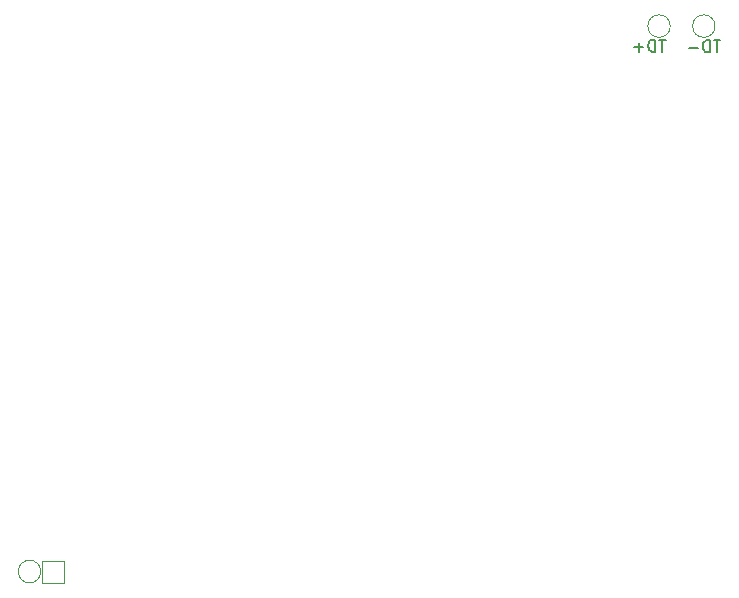
<source format=gbr>
G04 #@! TF.GenerationSoftware,KiCad,Pcbnew,7.0.6*
G04 #@! TF.CreationDate,2023-12-22T13:27:43-08:00*
G04 #@! TF.ProjectId,procon_gcc_main_pcb,70726f63-6f6e-45f6-9763-635f6d61696e,1*
G04 #@! TF.SameCoordinates,Original*
G04 #@! TF.FileFunction,Legend,Bot*
G04 #@! TF.FilePolarity,Positive*
%FSLAX46Y46*%
G04 Gerber Fmt 4.6, Leading zero omitted, Abs format (unit mm)*
G04 Created by KiCad (PCBNEW 7.0.6) date 2023-12-22 13:27:43*
%MOMM*%
%LPD*%
G01*
G04 APERTURE LIST*
%ADD10C,0.150000*%
%ADD11C,0.120000*%
G04 APERTURE END LIST*
D10*
X137142361Y-94450819D02*
X136570933Y-94450819D01*
X136856647Y-95450819D02*
X136856647Y-94450819D01*
X136237599Y-95450819D02*
X136237599Y-94450819D01*
X136237599Y-94450819D02*
X135999504Y-94450819D01*
X135999504Y-94450819D02*
X135856647Y-94498438D01*
X135856647Y-94498438D02*
X135761409Y-94593676D01*
X135761409Y-94593676D02*
X135713790Y-94688914D01*
X135713790Y-94688914D02*
X135666171Y-94879390D01*
X135666171Y-94879390D02*
X135666171Y-95022247D01*
X135666171Y-95022247D02*
X135713790Y-95212723D01*
X135713790Y-95212723D02*
X135761409Y-95307961D01*
X135761409Y-95307961D02*
X135856647Y-95403200D01*
X135856647Y-95403200D02*
X135999504Y-95450819D01*
X135999504Y-95450819D02*
X136237599Y-95450819D01*
X135237599Y-95069866D02*
X134475695Y-95069866D01*
X134856647Y-95450819D02*
X134856647Y-94688914D01*
X141765161Y-94499019D02*
X141193733Y-94499019D01*
X141479447Y-95499019D02*
X141479447Y-94499019D01*
X140860399Y-95499019D02*
X140860399Y-94499019D01*
X140860399Y-94499019D02*
X140622304Y-94499019D01*
X140622304Y-94499019D02*
X140479447Y-94546638D01*
X140479447Y-94546638D02*
X140384209Y-94641876D01*
X140384209Y-94641876D02*
X140336590Y-94737114D01*
X140336590Y-94737114D02*
X140288971Y-94927590D01*
X140288971Y-94927590D02*
X140288971Y-95070447D01*
X140288971Y-95070447D02*
X140336590Y-95260923D01*
X140336590Y-95260923D02*
X140384209Y-95356161D01*
X140384209Y-95356161D02*
X140479447Y-95451400D01*
X140479447Y-95451400D02*
X140622304Y-95499019D01*
X140622304Y-95499019D02*
X140860399Y-95499019D01*
X139860399Y-95118066D02*
X139098495Y-95118066D01*
D11*
X86225000Y-138550000D02*
X84325000Y-138550000D01*
X86225000Y-140450000D02*
X86225000Y-138550000D01*
X84325000Y-140450000D02*
X86225000Y-140450000D01*
X84325000Y-138550000D02*
X84325000Y-140450000D01*
X84225000Y-139475000D02*
G75*
G03*
X84225000Y-139475000I-950000J0D01*
G01*
X137525800Y-93294200D02*
G75*
G03*
X137525800Y-93294200I-950000J0D01*
G01*
X141310400Y-93294200D02*
G75*
G03*
X141310400Y-93294200I-950000J0D01*
G01*
M02*

</source>
